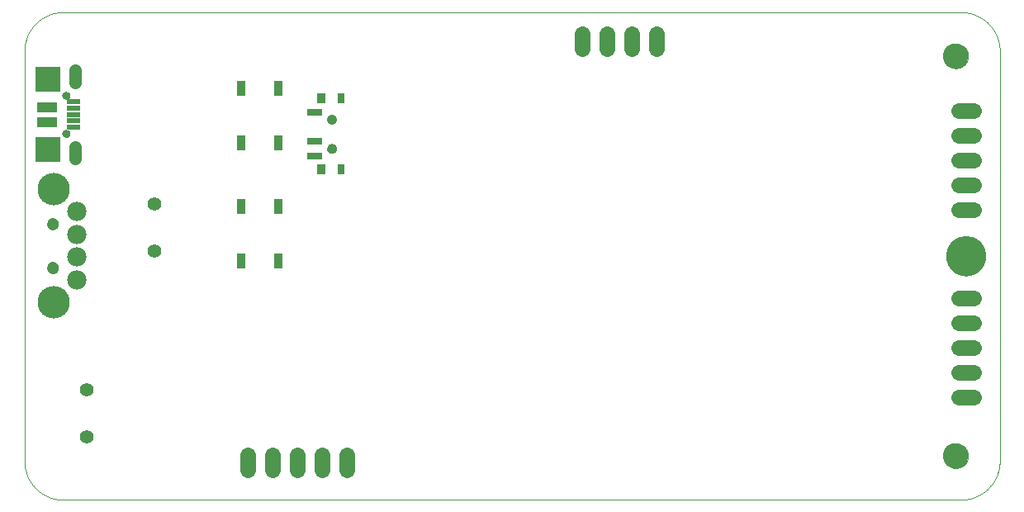
<source format=gbs>
G75*
%MOIN*%
%OFA0B0*%
%FSLAX25Y25*%
%IPPOS*%
%LPD*%
%AMOC8*
5,1,8,0,0,1.08239X$1,22.5*
%
%ADD10C,0.00000*%
%ADD11C,0.16148*%
%ADD12C,0.05600*%
%ADD13C,0.07800*%
%ADD14C,0.13061*%
%ADD15C,0.04731*%
%ADD16R,0.03400X0.06400*%
%ADD17C,0.06400*%
%ADD18C,0.10243*%
%ADD19R,0.06306X0.03156*%
%ADD20R,0.02762X0.04337*%
%ADD21R,0.03550X0.04337*%
%ADD22C,0.03943*%
%ADD23C,0.03156*%
%ADD24R,0.10243X0.10243*%
%ADD25C,0.05156*%
%ADD26R,0.08274X0.04337*%
%ADD27R,0.05709X0.01969*%
D10*
X0059668Y0020048D02*
X0059668Y0185402D01*
X0059673Y0185783D01*
X0059686Y0186163D01*
X0059709Y0186543D01*
X0059742Y0186922D01*
X0059783Y0187300D01*
X0059833Y0187677D01*
X0059893Y0188053D01*
X0059961Y0188428D01*
X0060039Y0188800D01*
X0060126Y0189171D01*
X0060221Y0189539D01*
X0060326Y0189905D01*
X0060439Y0190268D01*
X0060561Y0190629D01*
X0060691Y0190986D01*
X0060831Y0191340D01*
X0060978Y0191691D01*
X0061135Y0192038D01*
X0061299Y0192381D01*
X0061472Y0192720D01*
X0061653Y0193055D01*
X0061842Y0193386D01*
X0062039Y0193711D01*
X0062243Y0194032D01*
X0062456Y0194348D01*
X0062676Y0194658D01*
X0062903Y0194964D01*
X0063138Y0195263D01*
X0063380Y0195557D01*
X0063628Y0195845D01*
X0063884Y0196127D01*
X0064147Y0196402D01*
X0064416Y0196671D01*
X0064691Y0196934D01*
X0064973Y0197190D01*
X0065261Y0197438D01*
X0065555Y0197680D01*
X0065854Y0197915D01*
X0066160Y0198142D01*
X0066470Y0198362D01*
X0066786Y0198575D01*
X0067107Y0198779D01*
X0067432Y0198976D01*
X0067763Y0199165D01*
X0068098Y0199346D01*
X0068437Y0199519D01*
X0068780Y0199683D01*
X0069127Y0199840D01*
X0069478Y0199987D01*
X0069832Y0200127D01*
X0070189Y0200257D01*
X0070550Y0200379D01*
X0070913Y0200492D01*
X0071279Y0200597D01*
X0071647Y0200692D01*
X0072018Y0200779D01*
X0072390Y0200857D01*
X0072765Y0200925D01*
X0073141Y0200985D01*
X0073518Y0201035D01*
X0073896Y0201076D01*
X0074275Y0201109D01*
X0074655Y0201132D01*
X0075035Y0201145D01*
X0075416Y0201150D01*
X0437620Y0201150D01*
X0438001Y0201145D01*
X0438381Y0201132D01*
X0438761Y0201109D01*
X0439140Y0201076D01*
X0439518Y0201035D01*
X0439895Y0200985D01*
X0440271Y0200925D01*
X0440646Y0200857D01*
X0441018Y0200779D01*
X0441389Y0200692D01*
X0441757Y0200597D01*
X0442123Y0200492D01*
X0442486Y0200379D01*
X0442847Y0200257D01*
X0443204Y0200127D01*
X0443558Y0199987D01*
X0443909Y0199840D01*
X0444256Y0199683D01*
X0444599Y0199519D01*
X0444938Y0199346D01*
X0445273Y0199165D01*
X0445604Y0198976D01*
X0445929Y0198779D01*
X0446250Y0198575D01*
X0446566Y0198362D01*
X0446876Y0198142D01*
X0447182Y0197915D01*
X0447481Y0197680D01*
X0447775Y0197438D01*
X0448063Y0197190D01*
X0448345Y0196934D01*
X0448620Y0196671D01*
X0448889Y0196402D01*
X0449152Y0196127D01*
X0449408Y0195845D01*
X0449656Y0195557D01*
X0449898Y0195263D01*
X0450133Y0194964D01*
X0450360Y0194658D01*
X0450580Y0194348D01*
X0450793Y0194032D01*
X0450997Y0193711D01*
X0451194Y0193386D01*
X0451383Y0193055D01*
X0451564Y0192720D01*
X0451737Y0192381D01*
X0451901Y0192038D01*
X0452058Y0191691D01*
X0452205Y0191340D01*
X0452345Y0190986D01*
X0452475Y0190629D01*
X0452597Y0190268D01*
X0452710Y0189905D01*
X0452815Y0189539D01*
X0452910Y0189171D01*
X0452997Y0188800D01*
X0453075Y0188428D01*
X0453143Y0188053D01*
X0453203Y0187677D01*
X0453253Y0187300D01*
X0453294Y0186922D01*
X0453327Y0186543D01*
X0453350Y0186163D01*
X0453363Y0185783D01*
X0453368Y0185402D01*
X0453369Y0185402D02*
X0453369Y0020048D01*
X0453368Y0020048D02*
X0453363Y0019667D01*
X0453350Y0019287D01*
X0453327Y0018907D01*
X0453294Y0018528D01*
X0453253Y0018150D01*
X0453203Y0017773D01*
X0453143Y0017397D01*
X0453075Y0017022D01*
X0452997Y0016650D01*
X0452910Y0016279D01*
X0452815Y0015911D01*
X0452710Y0015545D01*
X0452597Y0015182D01*
X0452475Y0014821D01*
X0452345Y0014464D01*
X0452205Y0014110D01*
X0452058Y0013759D01*
X0451901Y0013412D01*
X0451737Y0013069D01*
X0451564Y0012730D01*
X0451383Y0012395D01*
X0451194Y0012064D01*
X0450997Y0011739D01*
X0450793Y0011418D01*
X0450580Y0011102D01*
X0450360Y0010792D01*
X0450133Y0010486D01*
X0449898Y0010187D01*
X0449656Y0009893D01*
X0449408Y0009605D01*
X0449152Y0009323D01*
X0448889Y0009048D01*
X0448620Y0008779D01*
X0448345Y0008516D01*
X0448063Y0008260D01*
X0447775Y0008012D01*
X0447481Y0007770D01*
X0447182Y0007535D01*
X0446876Y0007308D01*
X0446566Y0007088D01*
X0446250Y0006875D01*
X0445929Y0006671D01*
X0445604Y0006474D01*
X0445273Y0006285D01*
X0444938Y0006104D01*
X0444599Y0005931D01*
X0444256Y0005767D01*
X0443909Y0005610D01*
X0443558Y0005463D01*
X0443204Y0005323D01*
X0442847Y0005193D01*
X0442486Y0005071D01*
X0442123Y0004958D01*
X0441757Y0004853D01*
X0441389Y0004758D01*
X0441018Y0004671D01*
X0440646Y0004593D01*
X0440271Y0004525D01*
X0439895Y0004465D01*
X0439518Y0004415D01*
X0439140Y0004374D01*
X0438761Y0004341D01*
X0438381Y0004318D01*
X0438001Y0004305D01*
X0437620Y0004300D01*
X0075416Y0004300D01*
X0075035Y0004305D01*
X0074655Y0004318D01*
X0074275Y0004341D01*
X0073896Y0004374D01*
X0073518Y0004415D01*
X0073141Y0004465D01*
X0072765Y0004525D01*
X0072390Y0004593D01*
X0072018Y0004671D01*
X0071647Y0004758D01*
X0071279Y0004853D01*
X0070913Y0004958D01*
X0070550Y0005071D01*
X0070189Y0005193D01*
X0069832Y0005323D01*
X0069478Y0005463D01*
X0069127Y0005610D01*
X0068780Y0005767D01*
X0068437Y0005931D01*
X0068098Y0006104D01*
X0067763Y0006285D01*
X0067432Y0006474D01*
X0067107Y0006671D01*
X0066786Y0006875D01*
X0066470Y0007088D01*
X0066160Y0007308D01*
X0065854Y0007535D01*
X0065555Y0007770D01*
X0065261Y0008012D01*
X0064973Y0008260D01*
X0064691Y0008516D01*
X0064416Y0008779D01*
X0064147Y0009048D01*
X0063884Y0009323D01*
X0063628Y0009605D01*
X0063380Y0009893D01*
X0063138Y0010187D01*
X0062903Y0010486D01*
X0062676Y0010792D01*
X0062456Y0011102D01*
X0062243Y0011418D01*
X0062039Y0011739D01*
X0061842Y0012064D01*
X0061653Y0012395D01*
X0061472Y0012730D01*
X0061299Y0013069D01*
X0061135Y0013412D01*
X0060978Y0013759D01*
X0060831Y0014110D01*
X0060691Y0014464D01*
X0060561Y0014821D01*
X0060439Y0015182D01*
X0060326Y0015545D01*
X0060221Y0015911D01*
X0060126Y0016279D01*
X0060039Y0016650D01*
X0059961Y0017022D01*
X0059893Y0017397D01*
X0059833Y0017773D01*
X0059783Y0018150D01*
X0059742Y0018528D01*
X0059709Y0018907D01*
X0059686Y0019287D01*
X0059673Y0019667D01*
X0059668Y0020048D01*
X0068920Y0097942D02*
X0068922Y0098035D01*
X0068928Y0098127D01*
X0068938Y0098219D01*
X0068952Y0098310D01*
X0068969Y0098401D01*
X0068991Y0098491D01*
X0069016Y0098580D01*
X0069045Y0098668D01*
X0069078Y0098754D01*
X0069115Y0098839D01*
X0069155Y0098923D01*
X0069199Y0099004D01*
X0069246Y0099084D01*
X0069296Y0099162D01*
X0069350Y0099237D01*
X0069407Y0099310D01*
X0069467Y0099380D01*
X0069530Y0099448D01*
X0069596Y0099513D01*
X0069664Y0099575D01*
X0069735Y0099635D01*
X0069809Y0099691D01*
X0069885Y0099744D01*
X0069963Y0099793D01*
X0070043Y0099840D01*
X0070125Y0099882D01*
X0070209Y0099922D01*
X0070294Y0099957D01*
X0070381Y0099989D01*
X0070469Y0100018D01*
X0070558Y0100042D01*
X0070648Y0100063D01*
X0070739Y0100079D01*
X0070831Y0100092D01*
X0070923Y0100101D01*
X0071016Y0100106D01*
X0071108Y0100107D01*
X0071201Y0100104D01*
X0071293Y0100097D01*
X0071385Y0100086D01*
X0071476Y0100071D01*
X0071567Y0100053D01*
X0071657Y0100030D01*
X0071745Y0100004D01*
X0071833Y0099974D01*
X0071919Y0099940D01*
X0072003Y0099903D01*
X0072086Y0099861D01*
X0072167Y0099817D01*
X0072247Y0099769D01*
X0072324Y0099718D01*
X0072398Y0099663D01*
X0072471Y0099605D01*
X0072541Y0099545D01*
X0072608Y0099481D01*
X0072672Y0099415D01*
X0072734Y0099345D01*
X0072792Y0099274D01*
X0072847Y0099200D01*
X0072899Y0099123D01*
X0072948Y0099044D01*
X0072994Y0098964D01*
X0073036Y0098881D01*
X0073074Y0098797D01*
X0073109Y0098711D01*
X0073140Y0098624D01*
X0073167Y0098536D01*
X0073190Y0098446D01*
X0073210Y0098356D01*
X0073226Y0098265D01*
X0073238Y0098173D01*
X0073246Y0098081D01*
X0073250Y0097988D01*
X0073250Y0097896D01*
X0073246Y0097803D01*
X0073238Y0097711D01*
X0073226Y0097619D01*
X0073210Y0097528D01*
X0073190Y0097438D01*
X0073167Y0097348D01*
X0073140Y0097260D01*
X0073109Y0097173D01*
X0073074Y0097087D01*
X0073036Y0097003D01*
X0072994Y0096920D01*
X0072948Y0096840D01*
X0072899Y0096761D01*
X0072847Y0096684D01*
X0072792Y0096610D01*
X0072734Y0096539D01*
X0072672Y0096469D01*
X0072608Y0096403D01*
X0072541Y0096339D01*
X0072471Y0096279D01*
X0072398Y0096221D01*
X0072324Y0096166D01*
X0072247Y0096115D01*
X0072168Y0096067D01*
X0072086Y0096023D01*
X0072003Y0095981D01*
X0071919Y0095944D01*
X0071833Y0095910D01*
X0071745Y0095880D01*
X0071657Y0095854D01*
X0071567Y0095831D01*
X0071476Y0095813D01*
X0071385Y0095798D01*
X0071293Y0095787D01*
X0071201Y0095780D01*
X0071108Y0095777D01*
X0071016Y0095778D01*
X0070923Y0095783D01*
X0070831Y0095792D01*
X0070739Y0095805D01*
X0070648Y0095821D01*
X0070558Y0095842D01*
X0070469Y0095866D01*
X0070381Y0095895D01*
X0070294Y0095927D01*
X0070209Y0095962D01*
X0070125Y0096002D01*
X0070043Y0096044D01*
X0069963Y0096091D01*
X0069885Y0096140D01*
X0069809Y0096193D01*
X0069735Y0096249D01*
X0069664Y0096309D01*
X0069596Y0096371D01*
X0069530Y0096436D01*
X0069467Y0096504D01*
X0069407Y0096574D01*
X0069350Y0096647D01*
X0069296Y0096722D01*
X0069246Y0096800D01*
X0069199Y0096880D01*
X0069155Y0096961D01*
X0069115Y0097045D01*
X0069078Y0097130D01*
X0069045Y0097216D01*
X0069016Y0097304D01*
X0068991Y0097393D01*
X0068969Y0097483D01*
X0068952Y0097574D01*
X0068938Y0097665D01*
X0068928Y0097757D01*
X0068922Y0097849D01*
X0068920Y0097942D01*
X0068920Y0115658D02*
X0068922Y0115751D01*
X0068928Y0115843D01*
X0068938Y0115935D01*
X0068952Y0116026D01*
X0068969Y0116117D01*
X0068991Y0116207D01*
X0069016Y0116296D01*
X0069045Y0116384D01*
X0069078Y0116470D01*
X0069115Y0116555D01*
X0069155Y0116639D01*
X0069199Y0116720D01*
X0069246Y0116800D01*
X0069296Y0116878D01*
X0069350Y0116953D01*
X0069407Y0117026D01*
X0069467Y0117096D01*
X0069530Y0117164D01*
X0069596Y0117229D01*
X0069664Y0117291D01*
X0069735Y0117351D01*
X0069809Y0117407D01*
X0069885Y0117460D01*
X0069963Y0117509D01*
X0070043Y0117556D01*
X0070125Y0117598D01*
X0070209Y0117638D01*
X0070294Y0117673D01*
X0070381Y0117705D01*
X0070469Y0117734D01*
X0070558Y0117758D01*
X0070648Y0117779D01*
X0070739Y0117795D01*
X0070831Y0117808D01*
X0070923Y0117817D01*
X0071016Y0117822D01*
X0071108Y0117823D01*
X0071201Y0117820D01*
X0071293Y0117813D01*
X0071385Y0117802D01*
X0071476Y0117787D01*
X0071567Y0117769D01*
X0071657Y0117746D01*
X0071745Y0117720D01*
X0071833Y0117690D01*
X0071919Y0117656D01*
X0072003Y0117619D01*
X0072086Y0117577D01*
X0072167Y0117533D01*
X0072247Y0117485D01*
X0072324Y0117434D01*
X0072398Y0117379D01*
X0072471Y0117321D01*
X0072541Y0117261D01*
X0072608Y0117197D01*
X0072672Y0117131D01*
X0072734Y0117061D01*
X0072792Y0116990D01*
X0072847Y0116916D01*
X0072899Y0116839D01*
X0072948Y0116760D01*
X0072994Y0116680D01*
X0073036Y0116597D01*
X0073074Y0116513D01*
X0073109Y0116427D01*
X0073140Y0116340D01*
X0073167Y0116252D01*
X0073190Y0116162D01*
X0073210Y0116072D01*
X0073226Y0115981D01*
X0073238Y0115889D01*
X0073246Y0115797D01*
X0073250Y0115704D01*
X0073250Y0115612D01*
X0073246Y0115519D01*
X0073238Y0115427D01*
X0073226Y0115335D01*
X0073210Y0115244D01*
X0073190Y0115154D01*
X0073167Y0115064D01*
X0073140Y0114976D01*
X0073109Y0114889D01*
X0073074Y0114803D01*
X0073036Y0114719D01*
X0072994Y0114636D01*
X0072948Y0114556D01*
X0072899Y0114477D01*
X0072847Y0114400D01*
X0072792Y0114326D01*
X0072734Y0114255D01*
X0072672Y0114185D01*
X0072608Y0114119D01*
X0072541Y0114055D01*
X0072471Y0113995D01*
X0072398Y0113937D01*
X0072324Y0113882D01*
X0072247Y0113831D01*
X0072168Y0113783D01*
X0072086Y0113739D01*
X0072003Y0113697D01*
X0071919Y0113660D01*
X0071833Y0113626D01*
X0071745Y0113596D01*
X0071657Y0113570D01*
X0071567Y0113547D01*
X0071476Y0113529D01*
X0071385Y0113514D01*
X0071293Y0113503D01*
X0071201Y0113496D01*
X0071108Y0113493D01*
X0071016Y0113494D01*
X0070923Y0113499D01*
X0070831Y0113508D01*
X0070739Y0113521D01*
X0070648Y0113537D01*
X0070558Y0113558D01*
X0070469Y0113582D01*
X0070381Y0113611D01*
X0070294Y0113643D01*
X0070209Y0113678D01*
X0070125Y0113718D01*
X0070043Y0113760D01*
X0069963Y0113807D01*
X0069885Y0113856D01*
X0069809Y0113909D01*
X0069735Y0113965D01*
X0069664Y0114025D01*
X0069596Y0114087D01*
X0069530Y0114152D01*
X0069467Y0114220D01*
X0069407Y0114290D01*
X0069350Y0114363D01*
X0069296Y0114438D01*
X0069246Y0114516D01*
X0069199Y0114596D01*
X0069155Y0114677D01*
X0069115Y0114761D01*
X0069078Y0114846D01*
X0069045Y0114932D01*
X0069016Y0115020D01*
X0068991Y0115109D01*
X0068969Y0115199D01*
X0068952Y0115290D01*
X0068938Y0115381D01*
X0068928Y0115473D01*
X0068922Y0115565D01*
X0068920Y0115658D01*
X0067935Y0144457D02*
X0070298Y0144457D01*
X0070297Y0144457D02*
X0070360Y0144465D01*
X0070422Y0144476D01*
X0070484Y0144491D01*
X0070544Y0144509D01*
X0070604Y0144531D01*
X0070662Y0144556D01*
X0070718Y0144585D01*
X0070773Y0144617D01*
X0070825Y0144652D01*
X0070876Y0144690D01*
X0070924Y0144730D01*
X0070970Y0144774D01*
X0071013Y0144820D01*
X0071054Y0144869D01*
X0071092Y0144920D01*
X0071126Y0144972D01*
X0071158Y0145027D01*
X0071186Y0145084D01*
X0071211Y0145142D01*
X0071232Y0145202D01*
X0071250Y0145262D01*
X0071264Y0145324D01*
X0071275Y0145386D01*
X0071282Y0145449D01*
X0071286Y0145512D01*
X0071285Y0145575D01*
X0071282Y0145638D01*
X0071282Y0145639D02*
X0071285Y0145702D01*
X0071286Y0145765D01*
X0071282Y0145828D01*
X0071275Y0145891D01*
X0071264Y0145953D01*
X0071250Y0146015D01*
X0071232Y0146075D01*
X0071211Y0146135D01*
X0071186Y0146193D01*
X0071158Y0146250D01*
X0071126Y0146305D01*
X0071092Y0146357D01*
X0071054Y0146408D01*
X0071013Y0146457D01*
X0070970Y0146503D01*
X0070924Y0146547D01*
X0070876Y0146587D01*
X0070825Y0146625D01*
X0070773Y0146660D01*
X0070718Y0146692D01*
X0070662Y0146721D01*
X0070604Y0146746D01*
X0070544Y0146768D01*
X0070484Y0146786D01*
X0070422Y0146801D01*
X0070360Y0146812D01*
X0070297Y0146820D01*
X0070298Y0146820D02*
X0067935Y0146820D01*
X0067936Y0146820D02*
X0067870Y0146812D01*
X0067806Y0146800D01*
X0067742Y0146784D01*
X0067679Y0146765D01*
X0067618Y0146741D01*
X0067558Y0146714D01*
X0067500Y0146684D01*
X0067444Y0146650D01*
X0067390Y0146613D01*
X0067338Y0146572D01*
X0067289Y0146528D01*
X0067242Y0146482D01*
X0067199Y0146433D01*
X0067158Y0146381D01*
X0067121Y0146327D01*
X0067087Y0146271D01*
X0067057Y0146213D01*
X0067030Y0146153D01*
X0067006Y0146092D01*
X0066987Y0146029D01*
X0066971Y0145965D01*
X0066959Y0145901D01*
X0066951Y0145835D01*
X0066947Y0145770D01*
X0066947Y0145704D01*
X0066951Y0145639D01*
X0066951Y0145638D02*
X0066947Y0145573D01*
X0066947Y0145507D01*
X0066951Y0145442D01*
X0066959Y0145376D01*
X0066971Y0145312D01*
X0066987Y0145248D01*
X0067006Y0145185D01*
X0067030Y0145124D01*
X0067057Y0145064D01*
X0067087Y0145006D01*
X0067121Y0144950D01*
X0067158Y0144896D01*
X0067199Y0144844D01*
X0067242Y0144795D01*
X0067289Y0144749D01*
X0067338Y0144705D01*
X0067390Y0144664D01*
X0067444Y0144627D01*
X0067500Y0144593D01*
X0067558Y0144563D01*
X0067618Y0144536D01*
X0067679Y0144512D01*
X0067742Y0144493D01*
X0067806Y0144477D01*
X0067870Y0144465D01*
X0067936Y0144457D01*
X0075219Y0152135D02*
X0075221Y0152209D01*
X0075227Y0152283D01*
X0075237Y0152356D01*
X0075251Y0152429D01*
X0075268Y0152501D01*
X0075290Y0152571D01*
X0075315Y0152641D01*
X0075344Y0152709D01*
X0075377Y0152775D01*
X0075413Y0152840D01*
X0075453Y0152902D01*
X0075495Y0152963D01*
X0075541Y0153021D01*
X0075590Y0153076D01*
X0075642Y0153129D01*
X0075697Y0153179D01*
X0075754Y0153225D01*
X0075814Y0153269D01*
X0075876Y0153309D01*
X0075940Y0153346D01*
X0076006Y0153380D01*
X0076074Y0153410D01*
X0076143Y0153436D01*
X0076214Y0153459D01*
X0076285Y0153477D01*
X0076358Y0153492D01*
X0076431Y0153503D01*
X0076505Y0153510D01*
X0076579Y0153513D01*
X0076652Y0153512D01*
X0076726Y0153507D01*
X0076800Y0153498D01*
X0076873Y0153485D01*
X0076945Y0153468D01*
X0077016Y0153448D01*
X0077086Y0153423D01*
X0077154Y0153395D01*
X0077221Y0153364D01*
X0077286Y0153328D01*
X0077349Y0153290D01*
X0077410Y0153248D01*
X0077469Y0153202D01*
X0077525Y0153154D01*
X0077578Y0153103D01*
X0077628Y0153049D01*
X0077676Y0152992D01*
X0077720Y0152933D01*
X0077762Y0152871D01*
X0077800Y0152808D01*
X0077834Y0152742D01*
X0077865Y0152675D01*
X0077892Y0152606D01*
X0077915Y0152536D01*
X0077935Y0152465D01*
X0077951Y0152392D01*
X0077963Y0152319D01*
X0077971Y0152246D01*
X0077975Y0152172D01*
X0077975Y0152098D01*
X0077971Y0152024D01*
X0077963Y0151951D01*
X0077951Y0151878D01*
X0077935Y0151805D01*
X0077915Y0151734D01*
X0077892Y0151664D01*
X0077865Y0151595D01*
X0077834Y0151528D01*
X0077800Y0151462D01*
X0077762Y0151399D01*
X0077720Y0151337D01*
X0077676Y0151278D01*
X0077628Y0151221D01*
X0077578Y0151167D01*
X0077525Y0151116D01*
X0077469Y0151068D01*
X0077410Y0151022D01*
X0077349Y0150980D01*
X0077286Y0150942D01*
X0077221Y0150906D01*
X0077154Y0150875D01*
X0077086Y0150847D01*
X0077016Y0150822D01*
X0076945Y0150802D01*
X0076873Y0150785D01*
X0076800Y0150772D01*
X0076726Y0150763D01*
X0076652Y0150758D01*
X0076579Y0150757D01*
X0076505Y0150760D01*
X0076431Y0150767D01*
X0076358Y0150778D01*
X0076285Y0150793D01*
X0076214Y0150811D01*
X0076143Y0150834D01*
X0076074Y0150860D01*
X0076006Y0150890D01*
X0075940Y0150924D01*
X0075876Y0150961D01*
X0075814Y0151001D01*
X0075754Y0151045D01*
X0075697Y0151091D01*
X0075642Y0151141D01*
X0075590Y0151194D01*
X0075541Y0151249D01*
X0075495Y0151307D01*
X0075453Y0151368D01*
X0075413Y0151430D01*
X0075377Y0151495D01*
X0075344Y0151561D01*
X0075315Y0151629D01*
X0075290Y0151699D01*
X0075268Y0151769D01*
X0075251Y0151841D01*
X0075237Y0151914D01*
X0075227Y0151987D01*
X0075221Y0152061D01*
X0075219Y0152135D01*
X0075219Y0167489D02*
X0075221Y0167563D01*
X0075227Y0167637D01*
X0075237Y0167710D01*
X0075251Y0167783D01*
X0075268Y0167855D01*
X0075290Y0167925D01*
X0075315Y0167995D01*
X0075344Y0168063D01*
X0075377Y0168129D01*
X0075413Y0168194D01*
X0075453Y0168256D01*
X0075495Y0168317D01*
X0075541Y0168375D01*
X0075590Y0168430D01*
X0075642Y0168483D01*
X0075697Y0168533D01*
X0075754Y0168579D01*
X0075814Y0168623D01*
X0075876Y0168663D01*
X0075940Y0168700D01*
X0076006Y0168734D01*
X0076074Y0168764D01*
X0076143Y0168790D01*
X0076214Y0168813D01*
X0076285Y0168831D01*
X0076358Y0168846D01*
X0076431Y0168857D01*
X0076505Y0168864D01*
X0076579Y0168867D01*
X0076652Y0168866D01*
X0076726Y0168861D01*
X0076800Y0168852D01*
X0076873Y0168839D01*
X0076945Y0168822D01*
X0077016Y0168802D01*
X0077086Y0168777D01*
X0077154Y0168749D01*
X0077221Y0168718D01*
X0077286Y0168682D01*
X0077349Y0168644D01*
X0077410Y0168602D01*
X0077469Y0168556D01*
X0077525Y0168508D01*
X0077578Y0168457D01*
X0077628Y0168403D01*
X0077676Y0168346D01*
X0077720Y0168287D01*
X0077762Y0168225D01*
X0077800Y0168162D01*
X0077834Y0168096D01*
X0077865Y0168029D01*
X0077892Y0167960D01*
X0077915Y0167890D01*
X0077935Y0167819D01*
X0077951Y0167746D01*
X0077963Y0167673D01*
X0077971Y0167600D01*
X0077975Y0167526D01*
X0077975Y0167452D01*
X0077971Y0167378D01*
X0077963Y0167305D01*
X0077951Y0167232D01*
X0077935Y0167159D01*
X0077915Y0167088D01*
X0077892Y0167018D01*
X0077865Y0166949D01*
X0077834Y0166882D01*
X0077800Y0166816D01*
X0077762Y0166753D01*
X0077720Y0166691D01*
X0077676Y0166632D01*
X0077628Y0166575D01*
X0077578Y0166521D01*
X0077525Y0166470D01*
X0077469Y0166422D01*
X0077410Y0166376D01*
X0077349Y0166334D01*
X0077286Y0166296D01*
X0077221Y0166260D01*
X0077154Y0166229D01*
X0077086Y0166201D01*
X0077016Y0166176D01*
X0076945Y0166156D01*
X0076873Y0166139D01*
X0076800Y0166126D01*
X0076726Y0166117D01*
X0076652Y0166112D01*
X0076579Y0166111D01*
X0076505Y0166114D01*
X0076431Y0166121D01*
X0076358Y0166132D01*
X0076285Y0166147D01*
X0076214Y0166165D01*
X0076143Y0166188D01*
X0076074Y0166214D01*
X0076006Y0166244D01*
X0075940Y0166278D01*
X0075876Y0166315D01*
X0075814Y0166355D01*
X0075754Y0166399D01*
X0075697Y0166445D01*
X0075642Y0166495D01*
X0075590Y0166548D01*
X0075541Y0166603D01*
X0075495Y0166661D01*
X0075453Y0166722D01*
X0075413Y0166784D01*
X0075377Y0166849D01*
X0075344Y0166915D01*
X0075315Y0166983D01*
X0075290Y0167053D01*
X0075268Y0167123D01*
X0075251Y0167195D01*
X0075237Y0167268D01*
X0075227Y0167341D01*
X0075221Y0167415D01*
X0075219Y0167489D01*
X0070298Y0172804D02*
X0067935Y0172804D01*
X0067936Y0172804D02*
X0067870Y0172812D01*
X0067806Y0172824D01*
X0067742Y0172840D01*
X0067679Y0172859D01*
X0067618Y0172883D01*
X0067558Y0172910D01*
X0067500Y0172940D01*
X0067444Y0172974D01*
X0067390Y0173011D01*
X0067338Y0173052D01*
X0067289Y0173096D01*
X0067242Y0173142D01*
X0067199Y0173191D01*
X0067158Y0173243D01*
X0067121Y0173297D01*
X0067087Y0173353D01*
X0067057Y0173411D01*
X0067030Y0173471D01*
X0067006Y0173532D01*
X0066987Y0173595D01*
X0066971Y0173659D01*
X0066959Y0173723D01*
X0066951Y0173789D01*
X0066947Y0173854D01*
X0066947Y0173920D01*
X0066951Y0173985D01*
X0066947Y0174050D01*
X0066947Y0174116D01*
X0066951Y0174181D01*
X0066959Y0174247D01*
X0066971Y0174311D01*
X0066987Y0174375D01*
X0067006Y0174438D01*
X0067030Y0174499D01*
X0067057Y0174559D01*
X0067087Y0174617D01*
X0067121Y0174673D01*
X0067158Y0174727D01*
X0067199Y0174779D01*
X0067242Y0174828D01*
X0067289Y0174874D01*
X0067338Y0174918D01*
X0067390Y0174959D01*
X0067444Y0174996D01*
X0067500Y0175030D01*
X0067558Y0175060D01*
X0067618Y0175087D01*
X0067679Y0175111D01*
X0067742Y0175130D01*
X0067806Y0175146D01*
X0067870Y0175158D01*
X0067936Y0175166D01*
X0067935Y0175166D02*
X0070298Y0175166D01*
X0070297Y0175166D02*
X0070360Y0175158D01*
X0070422Y0175147D01*
X0070484Y0175132D01*
X0070544Y0175114D01*
X0070604Y0175092D01*
X0070662Y0175067D01*
X0070718Y0175038D01*
X0070773Y0175006D01*
X0070825Y0174971D01*
X0070876Y0174933D01*
X0070924Y0174893D01*
X0070970Y0174849D01*
X0071013Y0174803D01*
X0071054Y0174754D01*
X0071092Y0174703D01*
X0071126Y0174651D01*
X0071158Y0174596D01*
X0071186Y0174539D01*
X0071211Y0174481D01*
X0071232Y0174421D01*
X0071250Y0174361D01*
X0071264Y0174299D01*
X0071275Y0174237D01*
X0071282Y0174174D01*
X0071286Y0174111D01*
X0071285Y0174048D01*
X0071282Y0173985D01*
X0071285Y0173922D01*
X0071286Y0173859D01*
X0071282Y0173796D01*
X0071275Y0173733D01*
X0071264Y0173671D01*
X0071250Y0173609D01*
X0071232Y0173549D01*
X0071211Y0173489D01*
X0071186Y0173431D01*
X0071158Y0173374D01*
X0071126Y0173319D01*
X0071092Y0173267D01*
X0071054Y0173216D01*
X0071013Y0173167D01*
X0070970Y0173121D01*
X0070924Y0173077D01*
X0070876Y0173037D01*
X0070825Y0172999D01*
X0070773Y0172964D01*
X0070718Y0172932D01*
X0070662Y0172903D01*
X0070604Y0172878D01*
X0070544Y0172856D01*
X0070484Y0172838D01*
X0070422Y0172823D01*
X0070360Y0172812D01*
X0070297Y0172804D01*
X0181911Y0157843D02*
X0181913Y0157927D01*
X0181919Y0158010D01*
X0181929Y0158093D01*
X0181943Y0158176D01*
X0181960Y0158258D01*
X0181982Y0158339D01*
X0182007Y0158418D01*
X0182036Y0158497D01*
X0182069Y0158574D01*
X0182105Y0158649D01*
X0182145Y0158723D01*
X0182188Y0158795D01*
X0182235Y0158864D01*
X0182285Y0158931D01*
X0182338Y0158996D01*
X0182394Y0159058D01*
X0182452Y0159118D01*
X0182514Y0159175D01*
X0182578Y0159228D01*
X0182645Y0159279D01*
X0182714Y0159326D01*
X0182785Y0159371D01*
X0182858Y0159411D01*
X0182933Y0159448D01*
X0183010Y0159482D01*
X0183088Y0159512D01*
X0183167Y0159538D01*
X0183248Y0159561D01*
X0183330Y0159579D01*
X0183412Y0159594D01*
X0183495Y0159605D01*
X0183578Y0159612D01*
X0183662Y0159615D01*
X0183746Y0159614D01*
X0183829Y0159609D01*
X0183913Y0159600D01*
X0183995Y0159587D01*
X0184077Y0159571D01*
X0184158Y0159550D01*
X0184239Y0159526D01*
X0184317Y0159498D01*
X0184395Y0159466D01*
X0184471Y0159430D01*
X0184545Y0159391D01*
X0184617Y0159349D01*
X0184687Y0159303D01*
X0184755Y0159254D01*
X0184820Y0159202D01*
X0184883Y0159147D01*
X0184943Y0159089D01*
X0185001Y0159028D01*
X0185055Y0158964D01*
X0185107Y0158898D01*
X0185155Y0158830D01*
X0185200Y0158759D01*
X0185241Y0158686D01*
X0185280Y0158612D01*
X0185314Y0158536D01*
X0185345Y0158458D01*
X0185372Y0158379D01*
X0185396Y0158298D01*
X0185415Y0158217D01*
X0185431Y0158135D01*
X0185443Y0158052D01*
X0185451Y0157968D01*
X0185455Y0157885D01*
X0185455Y0157801D01*
X0185451Y0157718D01*
X0185443Y0157634D01*
X0185431Y0157551D01*
X0185415Y0157469D01*
X0185396Y0157388D01*
X0185372Y0157307D01*
X0185345Y0157228D01*
X0185314Y0157150D01*
X0185280Y0157074D01*
X0185241Y0157000D01*
X0185200Y0156927D01*
X0185155Y0156856D01*
X0185107Y0156788D01*
X0185055Y0156722D01*
X0185001Y0156658D01*
X0184943Y0156597D01*
X0184883Y0156539D01*
X0184820Y0156484D01*
X0184755Y0156432D01*
X0184687Y0156383D01*
X0184617Y0156337D01*
X0184545Y0156295D01*
X0184471Y0156256D01*
X0184395Y0156220D01*
X0184317Y0156188D01*
X0184239Y0156160D01*
X0184158Y0156136D01*
X0184077Y0156115D01*
X0183995Y0156099D01*
X0183913Y0156086D01*
X0183829Y0156077D01*
X0183746Y0156072D01*
X0183662Y0156071D01*
X0183578Y0156074D01*
X0183495Y0156081D01*
X0183412Y0156092D01*
X0183330Y0156107D01*
X0183248Y0156125D01*
X0183167Y0156148D01*
X0183088Y0156174D01*
X0183010Y0156204D01*
X0182933Y0156238D01*
X0182858Y0156275D01*
X0182785Y0156315D01*
X0182714Y0156360D01*
X0182645Y0156407D01*
X0182578Y0156458D01*
X0182514Y0156511D01*
X0182452Y0156568D01*
X0182394Y0156628D01*
X0182338Y0156690D01*
X0182285Y0156755D01*
X0182235Y0156822D01*
X0182188Y0156891D01*
X0182145Y0156963D01*
X0182105Y0157037D01*
X0182069Y0157112D01*
X0182036Y0157189D01*
X0182007Y0157268D01*
X0181982Y0157347D01*
X0181960Y0157428D01*
X0181943Y0157510D01*
X0181929Y0157593D01*
X0181919Y0157676D01*
X0181913Y0157759D01*
X0181911Y0157843D01*
X0181911Y0146032D02*
X0181913Y0146116D01*
X0181919Y0146199D01*
X0181929Y0146282D01*
X0181943Y0146365D01*
X0181960Y0146447D01*
X0181982Y0146528D01*
X0182007Y0146607D01*
X0182036Y0146686D01*
X0182069Y0146763D01*
X0182105Y0146838D01*
X0182145Y0146912D01*
X0182188Y0146984D01*
X0182235Y0147053D01*
X0182285Y0147120D01*
X0182338Y0147185D01*
X0182394Y0147247D01*
X0182452Y0147307D01*
X0182514Y0147364D01*
X0182578Y0147417D01*
X0182645Y0147468D01*
X0182714Y0147515D01*
X0182785Y0147560D01*
X0182858Y0147600D01*
X0182933Y0147637D01*
X0183010Y0147671D01*
X0183088Y0147701D01*
X0183167Y0147727D01*
X0183248Y0147750D01*
X0183330Y0147768D01*
X0183412Y0147783D01*
X0183495Y0147794D01*
X0183578Y0147801D01*
X0183662Y0147804D01*
X0183746Y0147803D01*
X0183829Y0147798D01*
X0183913Y0147789D01*
X0183995Y0147776D01*
X0184077Y0147760D01*
X0184158Y0147739D01*
X0184239Y0147715D01*
X0184317Y0147687D01*
X0184395Y0147655D01*
X0184471Y0147619D01*
X0184545Y0147580D01*
X0184617Y0147538D01*
X0184687Y0147492D01*
X0184755Y0147443D01*
X0184820Y0147391D01*
X0184883Y0147336D01*
X0184943Y0147278D01*
X0185001Y0147217D01*
X0185055Y0147153D01*
X0185107Y0147087D01*
X0185155Y0147019D01*
X0185200Y0146948D01*
X0185241Y0146875D01*
X0185280Y0146801D01*
X0185314Y0146725D01*
X0185345Y0146647D01*
X0185372Y0146568D01*
X0185396Y0146487D01*
X0185415Y0146406D01*
X0185431Y0146324D01*
X0185443Y0146241D01*
X0185451Y0146157D01*
X0185455Y0146074D01*
X0185455Y0145990D01*
X0185451Y0145907D01*
X0185443Y0145823D01*
X0185431Y0145740D01*
X0185415Y0145658D01*
X0185396Y0145577D01*
X0185372Y0145496D01*
X0185345Y0145417D01*
X0185314Y0145339D01*
X0185280Y0145263D01*
X0185241Y0145189D01*
X0185200Y0145116D01*
X0185155Y0145045D01*
X0185107Y0144977D01*
X0185055Y0144911D01*
X0185001Y0144847D01*
X0184943Y0144786D01*
X0184883Y0144728D01*
X0184820Y0144673D01*
X0184755Y0144621D01*
X0184687Y0144572D01*
X0184617Y0144526D01*
X0184545Y0144484D01*
X0184471Y0144445D01*
X0184395Y0144409D01*
X0184317Y0144377D01*
X0184239Y0144349D01*
X0184158Y0144325D01*
X0184077Y0144304D01*
X0183995Y0144288D01*
X0183913Y0144275D01*
X0183829Y0144266D01*
X0183746Y0144261D01*
X0183662Y0144260D01*
X0183578Y0144263D01*
X0183495Y0144270D01*
X0183412Y0144281D01*
X0183330Y0144296D01*
X0183248Y0144314D01*
X0183167Y0144337D01*
X0183088Y0144363D01*
X0183010Y0144393D01*
X0182933Y0144427D01*
X0182858Y0144464D01*
X0182785Y0144504D01*
X0182714Y0144549D01*
X0182645Y0144596D01*
X0182578Y0144647D01*
X0182514Y0144700D01*
X0182452Y0144757D01*
X0182394Y0144817D01*
X0182338Y0144879D01*
X0182285Y0144944D01*
X0182235Y0145011D01*
X0182188Y0145080D01*
X0182145Y0145152D01*
X0182105Y0145226D01*
X0182069Y0145301D01*
X0182036Y0145378D01*
X0182007Y0145457D01*
X0181982Y0145536D01*
X0181960Y0145617D01*
X0181943Y0145699D01*
X0181929Y0145782D01*
X0181919Y0145865D01*
X0181913Y0145948D01*
X0181911Y0146032D01*
X0430731Y0183434D02*
X0430733Y0183574D01*
X0430739Y0183714D01*
X0430749Y0183853D01*
X0430763Y0183992D01*
X0430781Y0184131D01*
X0430802Y0184269D01*
X0430828Y0184407D01*
X0430858Y0184544D01*
X0430891Y0184679D01*
X0430929Y0184814D01*
X0430970Y0184948D01*
X0431015Y0185081D01*
X0431063Y0185212D01*
X0431116Y0185341D01*
X0431172Y0185470D01*
X0431231Y0185596D01*
X0431295Y0185721D01*
X0431361Y0185844D01*
X0431432Y0185965D01*
X0431505Y0186084D01*
X0431582Y0186201D01*
X0431663Y0186315D01*
X0431746Y0186427D01*
X0431833Y0186537D01*
X0431923Y0186645D01*
X0432015Y0186749D01*
X0432111Y0186851D01*
X0432210Y0186951D01*
X0432311Y0187047D01*
X0432415Y0187141D01*
X0432522Y0187231D01*
X0432631Y0187318D01*
X0432743Y0187403D01*
X0432857Y0187484D01*
X0432973Y0187562D01*
X0433091Y0187636D01*
X0433212Y0187707D01*
X0433334Y0187775D01*
X0433459Y0187839D01*
X0433585Y0187900D01*
X0433712Y0187957D01*
X0433842Y0188010D01*
X0433973Y0188060D01*
X0434105Y0188105D01*
X0434238Y0188148D01*
X0434373Y0188186D01*
X0434508Y0188220D01*
X0434645Y0188251D01*
X0434782Y0188278D01*
X0434920Y0188300D01*
X0435059Y0188319D01*
X0435198Y0188334D01*
X0435337Y0188345D01*
X0435477Y0188352D01*
X0435617Y0188355D01*
X0435757Y0188354D01*
X0435897Y0188349D01*
X0436036Y0188340D01*
X0436176Y0188327D01*
X0436315Y0188310D01*
X0436453Y0188289D01*
X0436591Y0188265D01*
X0436728Y0188236D01*
X0436864Y0188204D01*
X0436999Y0188167D01*
X0437133Y0188127D01*
X0437266Y0188083D01*
X0437397Y0188035D01*
X0437527Y0187984D01*
X0437656Y0187929D01*
X0437783Y0187870D01*
X0437908Y0187807D01*
X0438031Y0187742D01*
X0438153Y0187672D01*
X0438272Y0187599D01*
X0438390Y0187523D01*
X0438505Y0187444D01*
X0438618Y0187361D01*
X0438728Y0187275D01*
X0438836Y0187186D01*
X0438941Y0187094D01*
X0439044Y0186999D01*
X0439144Y0186901D01*
X0439241Y0186801D01*
X0439335Y0186697D01*
X0439427Y0186591D01*
X0439515Y0186483D01*
X0439600Y0186372D01*
X0439682Y0186258D01*
X0439761Y0186142D01*
X0439836Y0186025D01*
X0439908Y0185905D01*
X0439976Y0185783D01*
X0440041Y0185659D01*
X0440103Y0185533D01*
X0440161Y0185406D01*
X0440215Y0185277D01*
X0440266Y0185146D01*
X0440312Y0185014D01*
X0440355Y0184881D01*
X0440395Y0184747D01*
X0440430Y0184612D01*
X0440462Y0184475D01*
X0440489Y0184338D01*
X0440513Y0184200D01*
X0440533Y0184062D01*
X0440549Y0183923D01*
X0440561Y0183783D01*
X0440569Y0183644D01*
X0440573Y0183504D01*
X0440573Y0183364D01*
X0440569Y0183224D01*
X0440561Y0183085D01*
X0440549Y0182945D01*
X0440533Y0182806D01*
X0440513Y0182668D01*
X0440489Y0182530D01*
X0440462Y0182393D01*
X0440430Y0182256D01*
X0440395Y0182121D01*
X0440355Y0181987D01*
X0440312Y0181854D01*
X0440266Y0181722D01*
X0440215Y0181591D01*
X0440161Y0181462D01*
X0440103Y0181335D01*
X0440041Y0181209D01*
X0439976Y0181085D01*
X0439908Y0180963D01*
X0439836Y0180843D01*
X0439761Y0180726D01*
X0439682Y0180610D01*
X0439600Y0180496D01*
X0439515Y0180385D01*
X0439427Y0180277D01*
X0439335Y0180171D01*
X0439241Y0180067D01*
X0439144Y0179967D01*
X0439044Y0179869D01*
X0438941Y0179774D01*
X0438836Y0179682D01*
X0438728Y0179593D01*
X0438618Y0179507D01*
X0438505Y0179424D01*
X0438390Y0179345D01*
X0438272Y0179269D01*
X0438153Y0179196D01*
X0438031Y0179126D01*
X0437908Y0179061D01*
X0437783Y0178998D01*
X0437656Y0178939D01*
X0437527Y0178884D01*
X0437397Y0178833D01*
X0437266Y0178785D01*
X0437133Y0178741D01*
X0436999Y0178701D01*
X0436864Y0178664D01*
X0436728Y0178632D01*
X0436591Y0178603D01*
X0436453Y0178579D01*
X0436315Y0178558D01*
X0436176Y0178541D01*
X0436036Y0178528D01*
X0435897Y0178519D01*
X0435757Y0178514D01*
X0435617Y0178513D01*
X0435477Y0178516D01*
X0435337Y0178523D01*
X0435198Y0178534D01*
X0435059Y0178549D01*
X0434920Y0178568D01*
X0434782Y0178590D01*
X0434645Y0178617D01*
X0434508Y0178648D01*
X0434373Y0178682D01*
X0434238Y0178720D01*
X0434105Y0178763D01*
X0433973Y0178808D01*
X0433842Y0178858D01*
X0433712Y0178911D01*
X0433585Y0178968D01*
X0433459Y0179029D01*
X0433334Y0179093D01*
X0433212Y0179161D01*
X0433091Y0179232D01*
X0432973Y0179306D01*
X0432857Y0179384D01*
X0432743Y0179465D01*
X0432631Y0179550D01*
X0432522Y0179637D01*
X0432415Y0179727D01*
X0432311Y0179821D01*
X0432210Y0179917D01*
X0432111Y0180017D01*
X0432015Y0180119D01*
X0431923Y0180223D01*
X0431833Y0180331D01*
X0431746Y0180441D01*
X0431663Y0180553D01*
X0431582Y0180667D01*
X0431505Y0180784D01*
X0431432Y0180903D01*
X0431361Y0181024D01*
X0431295Y0181147D01*
X0431231Y0181272D01*
X0431172Y0181398D01*
X0431116Y0181527D01*
X0431063Y0181656D01*
X0431015Y0181787D01*
X0430970Y0181920D01*
X0430929Y0182054D01*
X0430891Y0182189D01*
X0430858Y0182324D01*
X0430828Y0182461D01*
X0430802Y0182599D01*
X0430781Y0182737D01*
X0430763Y0182876D01*
X0430749Y0183015D01*
X0430739Y0183154D01*
X0430733Y0183294D01*
X0430731Y0183434D01*
X0431794Y0102725D02*
X0431796Y0102918D01*
X0431803Y0103111D01*
X0431815Y0103304D01*
X0431832Y0103497D01*
X0431853Y0103689D01*
X0431879Y0103880D01*
X0431910Y0104071D01*
X0431945Y0104261D01*
X0431985Y0104450D01*
X0432030Y0104638D01*
X0432079Y0104825D01*
X0432133Y0105011D01*
X0432191Y0105195D01*
X0432254Y0105378D01*
X0432322Y0105559D01*
X0432393Y0105738D01*
X0432470Y0105916D01*
X0432550Y0106092D01*
X0432635Y0106265D01*
X0432724Y0106437D01*
X0432817Y0106606D01*
X0432914Y0106773D01*
X0433016Y0106938D01*
X0433121Y0107100D01*
X0433230Y0107259D01*
X0433344Y0107416D01*
X0433461Y0107569D01*
X0433581Y0107720D01*
X0433706Y0107868D01*
X0433834Y0108013D01*
X0433965Y0108154D01*
X0434100Y0108293D01*
X0434239Y0108428D01*
X0434380Y0108559D01*
X0434525Y0108687D01*
X0434673Y0108812D01*
X0434824Y0108932D01*
X0434977Y0109049D01*
X0435134Y0109163D01*
X0435293Y0109272D01*
X0435455Y0109377D01*
X0435620Y0109479D01*
X0435787Y0109576D01*
X0435956Y0109669D01*
X0436128Y0109758D01*
X0436301Y0109843D01*
X0436477Y0109923D01*
X0436655Y0110000D01*
X0436834Y0110071D01*
X0437015Y0110139D01*
X0437198Y0110202D01*
X0437382Y0110260D01*
X0437568Y0110314D01*
X0437755Y0110363D01*
X0437943Y0110408D01*
X0438132Y0110448D01*
X0438322Y0110483D01*
X0438513Y0110514D01*
X0438704Y0110540D01*
X0438896Y0110561D01*
X0439089Y0110578D01*
X0439282Y0110590D01*
X0439475Y0110597D01*
X0439668Y0110599D01*
X0439861Y0110597D01*
X0440054Y0110590D01*
X0440247Y0110578D01*
X0440440Y0110561D01*
X0440632Y0110540D01*
X0440823Y0110514D01*
X0441014Y0110483D01*
X0441204Y0110448D01*
X0441393Y0110408D01*
X0441581Y0110363D01*
X0441768Y0110314D01*
X0441954Y0110260D01*
X0442138Y0110202D01*
X0442321Y0110139D01*
X0442502Y0110071D01*
X0442681Y0110000D01*
X0442859Y0109923D01*
X0443035Y0109843D01*
X0443208Y0109758D01*
X0443380Y0109669D01*
X0443549Y0109576D01*
X0443716Y0109479D01*
X0443881Y0109377D01*
X0444043Y0109272D01*
X0444202Y0109163D01*
X0444359Y0109049D01*
X0444512Y0108932D01*
X0444663Y0108812D01*
X0444811Y0108687D01*
X0444956Y0108559D01*
X0445097Y0108428D01*
X0445236Y0108293D01*
X0445371Y0108154D01*
X0445502Y0108013D01*
X0445630Y0107868D01*
X0445755Y0107720D01*
X0445875Y0107569D01*
X0445992Y0107416D01*
X0446106Y0107259D01*
X0446215Y0107100D01*
X0446320Y0106938D01*
X0446422Y0106773D01*
X0446519Y0106606D01*
X0446612Y0106437D01*
X0446701Y0106265D01*
X0446786Y0106092D01*
X0446866Y0105916D01*
X0446943Y0105738D01*
X0447014Y0105559D01*
X0447082Y0105378D01*
X0447145Y0105195D01*
X0447203Y0105011D01*
X0447257Y0104825D01*
X0447306Y0104638D01*
X0447351Y0104450D01*
X0447391Y0104261D01*
X0447426Y0104071D01*
X0447457Y0103880D01*
X0447483Y0103689D01*
X0447504Y0103497D01*
X0447521Y0103304D01*
X0447533Y0103111D01*
X0447540Y0102918D01*
X0447542Y0102725D01*
X0447540Y0102532D01*
X0447533Y0102339D01*
X0447521Y0102146D01*
X0447504Y0101953D01*
X0447483Y0101761D01*
X0447457Y0101570D01*
X0447426Y0101379D01*
X0447391Y0101189D01*
X0447351Y0101000D01*
X0447306Y0100812D01*
X0447257Y0100625D01*
X0447203Y0100439D01*
X0447145Y0100255D01*
X0447082Y0100072D01*
X0447014Y0099891D01*
X0446943Y0099712D01*
X0446866Y0099534D01*
X0446786Y0099358D01*
X0446701Y0099185D01*
X0446612Y0099013D01*
X0446519Y0098844D01*
X0446422Y0098677D01*
X0446320Y0098512D01*
X0446215Y0098350D01*
X0446106Y0098191D01*
X0445992Y0098034D01*
X0445875Y0097881D01*
X0445755Y0097730D01*
X0445630Y0097582D01*
X0445502Y0097437D01*
X0445371Y0097296D01*
X0445236Y0097157D01*
X0445097Y0097022D01*
X0444956Y0096891D01*
X0444811Y0096763D01*
X0444663Y0096638D01*
X0444512Y0096518D01*
X0444359Y0096401D01*
X0444202Y0096287D01*
X0444043Y0096178D01*
X0443881Y0096073D01*
X0443716Y0095971D01*
X0443549Y0095874D01*
X0443380Y0095781D01*
X0443208Y0095692D01*
X0443035Y0095607D01*
X0442859Y0095527D01*
X0442681Y0095450D01*
X0442502Y0095379D01*
X0442321Y0095311D01*
X0442138Y0095248D01*
X0441954Y0095190D01*
X0441768Y0095136D01*
X0441581Y0095087D01*
X0441393Y0095042D01*
X0441204Y0095002D01*
X0441014Y0094967D01*
X0440823Y0094936D01*
X0440632Y0094910D01*
X0440440Y0094889D01*
X0440247Y0094872D01*
X0440054Y0094860D01*
X0439861Y0094853D01*
X0439668Y0094851D01*
X0439475Y0094853D01*
X0439282Y0094860D01*
X0439089Y0094872D01*
X0438896Y0094889D01*
X0438704Y0094910D01*
X0438513Y0094936D01*
X0438322Y0094967D01*
X0438132Y0095002D01*
X0437943Y0095042D01*
X0437755Y0095087D01*
X0437568Y0095136D01*
X0437382Y0095190D01*
X0437198Y0095248D01*
X0437015Y0095311D01*
X0436834Y0095379D01*
X0436655Y0095450D01*
X0436477Y0095527D01*
X0436301Y0095607D01*
X0436128Y0095692D01*
X0435956Y0095781D01*
X0435787Y0095874D01*
X0435620Y0095971D01*
X0435455Y0096073D01*
X0435293Y0096178D01*
X0435134Y0096287D01*
X0434977Y0096401D01*
X0434824Y0096518D01*
X0434673Y0096638D01*
X0434525Y0096763D01*
X0434380Y0096891D01*
X0434239Y0097022D01*
X0434100Y0097157D01*
X0433965Y0097296D01*
X0433834Y0097437D01*
X0433706Y0097582D01*
X0433581Y0097730D01*
X0433461Y0097881D01*
X0433344Y0098034D01*
X0433230Y0098191D01*
X0433121Y0098350D01*
X0433016Y0098512D01*
X0432914Y0098677D01*
X0432817Y0098844D01*
X0432724Y0099013D01*
X0432635Y0099185D01*
X0432550Y0099358D01*
X0432470Y0099534D01*
X0432393Y0099712D01*
X0432322Y0099891D01*
X0432254Y0100072D01*
X0432191Y0100255D01*
X0432133Y0100439D01*
X0432079Y0100625D01*
X0432030Y0100812D01*
X0431985Y0101000D01*
X0431945Y0101189D01*
X0431910Y0101379D01*
X0431879Y0101570D01*
X0431853Y0101761D01*
X0431832Y0101953D01*
X0431815Y0102146D01*
X0431803Y0102339D01*
X0431796Y0102532D01*
X0431794Y0102725D01*
X0430731Y0022017D02*
X0430733Y0022157D01*
X0430739Y0022297D01*
X0430749Y0022436D01*
X0430763Y0022575D01*
X0430781Y0022714D01*
X0430802Y0022852D01*
X0430828Y0022990D01*
X0430858Y0023127D01*
X0430891Y0023262D01*
X0430929Y0023397D01*
X0430970Y0023531D01*
X0431015Y0023664D01*
X0431063Y0023795D01*
X0431116Y0023924D01*
X0431172Y0024053D01*
X0431231Y0024179D01*
X0431295Y0024304D01*
X0431361Y0024427D01*
X0431432Y0024548D01*
X0431505Y0024667D01*
X0431582Y0024784D01*
X0431663Y0024898D01*
X0431746Y0025010D01*
X0431833Y0025120D01*
X0431923Y0025228D01*
X0432015Y0025332D01*
X0432111Y0025434D01*
X0432210Y0025534D01*
X0432311Y0025630D01*
X0432415Y0025724D01*
X0432522Y0025814D01*
X0432631Y0025901D01*
X0432743Y0025986D01*
X0432857Y0026067D01*
X0432973Y0026145D01*
X0433091Y0026219D01*
X0433212Y0026290D01*
X0433334Y0026358D01*
X0433459Y0026422D01*
X0433585Y0026483D01*
X0433712Y0026540D01*
X0433842Y0026593D01*
X0433973Y0026643D01*
X0434105Y0026688D01*
X0434238Y0026731D01*
X0434373Y0026769D01*
X0434508Y0026803D01*
X0434645Y0026834D01*
X0434782Y0026861D01*
X0434920Y0026883D01*
X0435059Y0026902D01*
X0435198Y0026917D01*
X0435337Y0026928D01*
X0435477Y0026935D01*
X0435617Y0026938D01*
X0435757Y0026937D01*
X0435897Y0026932D01*
X0436036Y0026923D01*
X0436176Y0026910D01*
X0436315Y0026893D01*
X0436453Y0026872D01*
X0436591Y0026848D01*
X0436728Y0026819D01*
X0436864Y0026787D01*
X0436999Y0026750D01*
X0437133Y0026710D01*
X0437266Y0026666D01*
X0437397Y0026618D01*
X0437527Y0026567D01*
X0437656Y0026512D01*
X0437783Y0026453D01*
X0437908Y0026390D01*
X0438031Y0026325D01*
X0438153Y0026255D01*
X0438272Y0026182D01*
X0438390Y0026106D01*
X0438505Y0026027D01*
X0438618Y0025944D01*
X0438728Y0025858D01*
X0438836Y0025769D01*
X0438941Y0025677D01*
X0439044Y0025582D01*
X0439144Y0025484D01*
X0439241Y0025384D01*
X0439335Y0025280D01*
X0439427Y0025174D01*
X0439515Y0025066D01*
X0439600Y0024955D01*
X0439682Y0024841D01*
X0439761Y0024725D01*
X0439836Y0024608D01*
X0439908Y0024488D01*
X0439976Y0024366D01*
X0440041Y0024242D01*
X0440103Y0024116D01*
X0440161Y0023989D01*
X0440215Y0023860D01*
X0440266Y0023729D01*
X0440312Y0023597D01*
X0440355Y0023464D01*
X0440395Y0023330D01*
X0440430Y0023195D01*
X0440462Y0023058D01*
X0440489Y0022921D01*
X0440513Y0022783D01*
X0440533Y0022645D01*
X0440549Y0022506D01*
X0440561Y0022366D01*
X0440569Y0022227D01*
X0440573Y0022087D01*
X0440573Y0021947D01*
X0440569Y0021807D01*
X0440561Y0021668D01*
X0440549Y0021528D01*
X0440533Y0021389D01*
X0440513Y0021251D01*
X0440489Y0021113D01*
X0440462Y0020976D01*
X0440430Y0020839D01*
X0440395Y0020704D01*
X0440355Y0020570D01*
X0440312Y0020437D01*
X0440266Y0020305D01*
X0440215Y0020174D01*
X0440161Y0020045D01*
X0440103Y0019918D01*
X0440041Y0019792D01*
X0439976Y0019668D01*
X0439908Y0019546D01*
X0439836Y0019426D01*
X0439761Y0019309D01*
X0439682Y0019193D01*
X0439600Y0019079D01*
X0439515Y0018968D01*
X0439427Y0018860D01*
X0439335Y0018754D01*
X0439241Y0018650D01*
X0439144Y0018550D01*
X0439044Y0018452D01*
X0438941Y0018357D01*
X0438836Y0018265D01*
X0438728Y0018176D01*
X0438618Y0018090D01*
X0438505Y0018007D01*
X0438390Y0017928D01*
X0438272Y0017852D01*
X0438153Y0017779D01*
X0438031Y0017709D01*
X0437908Y0017644D01*
X0437783Y0017581D01*
X0437656Y0017522D01*
X0437527Y0017467D01*
X0437397Y0017416D01*
X0437266Y0017368D01*
X0437133Y0017324D01*
X0436999Y0017284D01*
X0436864Y0017247D01*
X0436728Y0017215D01*
X0436591Y0017186D01*
X0436453Y0017162D01*
X0436315Y0017141D01*
X0436176Y0017124D01*
X0436036Y0017111D01*
X0435897Y0017102D01*
X0435757Y0017097D01*
X0435617Y0017096D01*
X0435477Y0017099D01*
X0435337Y0017106D01*
X0435198Y0017117D01*
X0435059Y0017132D01*
X0434920Y0017151D01*
X0434782Y0017173D01*
X0434645Y0017200D01*
X0434508Y0017231D01*
X0434373Y0017265D01*
X0434238Y0017303D01*
X0434105Y0017346D01*
X0433973Y0017391D01*
X0433842Y0017441D01*
X0433712Y0017494D01*
X0433585Y0017551D01*
X0433459Y0017612D01*
X0433334Y0017676D01*
X0433212Y0017744D01*
X0433091Y0017815D01*
X0432973Y0017889D01*
X0432857Y0017967D01*
X0432743Y0018048D01*
X0432631Y0018133D01*
X0432522Y0018220D01*
X0432415Y0018310D01*
X0432311Y0018404D01*
X0432210Y0018500D01*
X0432111Y0018600D01*
X0432015Y0018702D01*
X0431923Y0018806D01*
X0431833Y0018914D01*
X0431746Y0019024D01*
X0431663Y0019136D01*
X0431582Y0019250D01*
X0431505Y0019367D01*
X0431432Y0019486D01*
X0431361Y0019607D01*
X0431295Y0019730D01*
X0431231Y0019855D01*
X0431172Y0019981D01*
X0431116Y0020110D01*
X0431063Y0020239D01*
X0431015Y0020370D01*
X0430970Y0020503D01*
X0430929Y0020637D01*
X0430891Y0020772D01*
X0430858Y0020907D01*
X0430828Y0021044D01*
X0430802Y0021182D01*
X0430781Y0021320D01*
X0430763Y0021459D01*
X0430749Y0021598D01*
X0430739Y0021737D01*
X0430733Y0021877D01*
X0430731Y0022017D01*
D11*
X0439668Y0102725D03*
D12*
X0112168Y0104800D03*
X0112168Y0123800D03*
X0084668Y0048800D03*
X0084668Y0029800D03*
D13*
X0080928Y0093020D03*
X0080928Y0102363D03*
X0080928Y0111237D03*
X0080928Y0120580D03*
D14*
X0071479Y0129635D03*
X0071479Y0083965D03*
D15*
X0071085Y0097942D03*
X0071085Y0115658D03*
D16*
X0147168Y0122800D03*
X0162168Y0122800D03*
X0162168Y0100800D03*
X0147168Y0100800D03*
X0147168Y0148300D03*
X0162168Y0148300D03*
X0162168Y0170300D03*
X0147168Y0170300D03*
D17*
X0284668Y0186300D02*
X0284668Y0192300D01*
X0294668Y0192300D02*
X0294668Y0186300D01*
X0304668Y0186300D02*
X0304668Y0192300D01*
X0314668Y0192300D02*
X0314668Y0186300D01*
X0436983Y0161308D02*
X0442983Y0161308D01*
X0442983Y0151308D02*
X0436983Y0151308D01*
X0436983Y0141308D02*
X0442983Y0141308D01*
X0442983Y0131308D02*
X0436983Y0131308D01*
X0436983Y0121308D02*
X0442983Y0121308D01*
X0442983Y0085717D02*
X0436983Y0085717D01*
X0436983Y0075717D02*
X0442983Y0075717D01*
X0442983Y0065717D02*
X0436983Y0065717D01*
X0436983Y0055717D02*
X0442983Y0055717D01*
X0442983Y0045717D02*
X0436983Y0045717D01*
X0189668Y0022300D02*
X0189668Y0016300D01*
X0179668Y0016300D02*
X0179668Y0022300D01*
X0169668Y0022300D02*
X0169668Y0016300D01*
X0159668Y0016300D02*
X0159668Y0022300D01*
X0149668Y0022300D02*
X0149668Y0016300D01*
D18*
X0435652Y0022017D03*
X0435652Y0183434D03*
D19*
X0176794Y0160796D03*
X0176794Y0148985D03*
X0176794Y0143080D03*
D20*
X0187620Y0137568D03*
X0187620Y0166308D03*
D21*
X0179353Y0166308D03*
X0179353Y0137568D03*
D22*
X0183683Y0146032D03*
X0183683Y0157843D03*
D23*
X0076597Y0152135D03*
X0076597Y0167489D03*
D24*
X0069117Y0173985D03*
X0069117Y0145639D03*
D25*
X0080140Y0146820D02*
X0080140Y0142064D01*
X0080140Y0172804D02*
X0080140Y0177560D01*
D26*
X0068723Y0162765D03*
X0068723Y0156859D03*
D27*
X0079648Y0157253D03*
X0079648Y0159812D03*
X0079648Y0162371D03*
X0079648Y0164930D03*
X0079648Y0154694D03*
M02*

</source>
